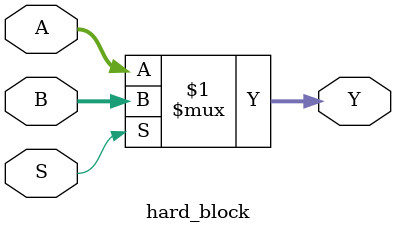
<source format=v>
module hard_block(A, B, S, Y);

  parameter WIDTH = 4;

  input [WIDTH-1:0] A, B;
  input S;
  output [WIDTH-1:0] Y;

  assign Y = S ? B : A;

endmodule

</source>
